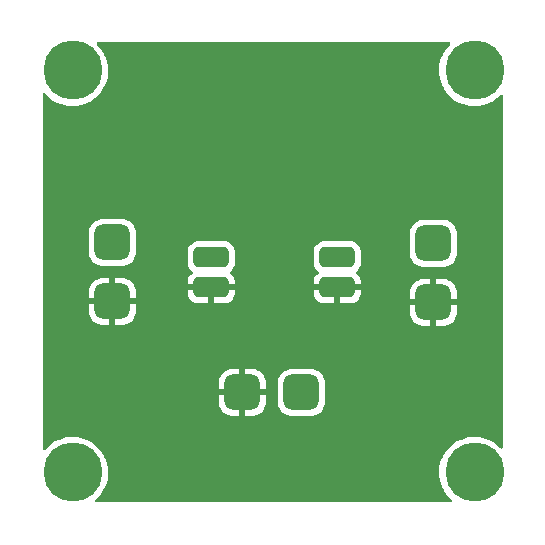
<source format=gbl>
%TF.GenerationSoftware,KiCad,Pcbnew,(6.0.2)*%
%TF.CreationDate,2022-04-05T13:44:54-03:00*%
%TF.ProjectId,EM8900,454d3839-3030-42e6-9b69-6361645f7063,rev?*%
%TF.SameCoordinates,PX5f5e100PY8583b00*%
%TF.FileFunction,Copper,L2,Bot*%
%TF.FilePolarity,Positive*%
%FSLAX46Y46*%
G04 Gerber Fmt 4.6, Leading zero omitted, Abs format (unit mm)*
G04 Created by KiCad (PCBNEW (6.0.2)) date 2022-04-05 13:44:54*
%MOMM*%
%LPD*%
G01*
G04 APERTURE LIST*
G04 Aperture macros list*
%AMRoundRect*
4,1,4,2,3,4,5,6,7,8,9,2,3,0*
1,1,$1,$2,$3*
1,1,$1,$2,$3*
1,1,$1,$2,$3*
1,1,$1,$2,$3*
20,1,$1,$2,$3,$4,$5,0*
20,1,$1,$2,$3,$4,$5,0*
20,1,$1,$2,$3,$4,$5,0*
20,1,$1,$2,$3,$4,$5,0*%
G04 Aperture macros list end*
%TA.AperFunction,ComponentPad*%
%AMCOMP1*
4,1,3,
-0.75,0.75,
-0.75,-0.75,
0.75,-0.75,
0.75,0.75,
0*
4,1,19,
-0.75,1.5,
-0.51823725421878941,1.4632923872213652,
-0.30916106078064515,1.3567627457812106,
-0.14323725421878941,1.1908389392193548,
-0.036707612778634879,0.98176274578121059,
0,0.75,
-0.036707612778634768,0.51823725421878952,
-0.14323725421878941,0.3091610607806452,
-0.30916106078064509,0.14323725421878952,
-0.51823725421878941,0.036707612778634879,
-0.74999999999999989,0,
-0.98176274578121081,0.036707612778634879,
-1.1908389392193548,0.1432372542187893,
-1.3567627457812104,0.30916106078064509,
-1.4632923872213652,0.5182372542187893,
-1.5,0.74999999999999989,
-1.4632923872213652,0.98176274578121037,
-1.3567627457812108,1.1908389392193546,
-1.190838939219355,1.3567627457812104,
-0.9817627457812107,1.4632923872213652,
0*
4,1,19,
-0.75,0,
-0.51823725421878941,-0.036707612778634879,
-0.30916106078064515,-0.14323725421878941,
-0.14323725421878941,-0.30916106078064515,
-0.036707612778634879,-0.51823725421878941,
0,-0.75,
-0.036707612778634768,-0.98176274578121048,
-0.14323725421878941,-1.1908389392193548,
-0.30916106078064509,-1.3567627457812104,
-0.51823725421878941,-1.4632923872213652,
-0.74999999999999989,-1.5,
-0.98176274578121081,-1.4632923872213652,
-1.1908389392193548,-1.3567627457812108,
-1.3567627457812104,-1.190838939219355,
-1.4632923872213652,-0.9817627457812107,
-1.5,-0.75000000000000011,
-1.4632923872213652,-0.51823725421878963,
-1.3567627457812108,-0.30916106078064531,
-1.190838939219355,-0.14323725421878952,
-0.9817627457812107,-0.036707612778634879,
0*
4,1,19,
0.75,0,
0.98176274578121059,-0.036707612778634879,
1.1908389392193548,-0.14323725421878941,
1.3567627457812106,-0.30916106078064515,
1.4632923872213652,-0.51823725421878941,
1.5,-0.75,
1.4632923872213652,-0.98176274578121048,
1.3567627457812106,-1.1908389392193548,
1.190838939219355,-1.3567627457812104,
0.98176274578121059,-1.4632923872213652,
0.75000000000000011,-1.5,
0.51823725421878919,-1.4632923872213652,
0.3091610607806452,-1.3567627457812108,
0.14323725421878952,-1.190838939219355,
0.036707612778634879,-0.9817627457812107,
0,-0.75000000000000011,
0.036707612778634768,-0.51823725421878963,
0.1432372542187893,-0.30916106078064531,
0.309161060780645,-0.14323725421878952,
0.5182372542187893,-0.036707612778634879,
0*
4,1,19,
0.75,1.5,
0.98176274578121059,1.4632923872213652,
1.1908389392193548,1.3567627457812106,
1.3567627457812106,1.1908389392193548,
1.4632923872213652,0.98176274578121059,
1.5,0.75,
1.4632923872213652,0.51823725421878952,
1.3567627457812106,0.3091610607806452,
1.190838939219355,0.14323725421878952,
0.98176274578121059,0.036707612778634879,
0.75000000000000011,0,
0.51823725421878919,0.036707612778634879,
0.3091610607806452,0.1432372542187893,
0.14323725421878952,0.30916106078064509,
0.036707612778634879,0.5182372542187893,
0,0.74999999999999989,
0.036707612778634768,0.98176274578121037,
0.1432372542187893,1.1908389392193546,
0.309161060780645,1.3567627457812104,
0.5182372542187893,1.4632923872213652,
0*
4,1,3,
-1.5,0.75,
0,0.75,
0,-0.75,
-1.5,-0.75,
0*
4,1,3,
-0.75,-1.5,
-0.75,0,
0.75,0,
0.75,-1.5,
0*
4,1,3,
1.5,-0.75,
0,-0.75,
0,0.75,
1.5,0.75,
0*
4,1,3,
0.75,1.5,
0.75,0,
-0.75,0,
-0.75,1.5,
0*%
%ADD10COMP1,0.75X-0.75X0.75X-0.75X-0.75X0.75X-0.75X0.75X0.75X0*%
%TD*%
%TA.AperFunction,ComponentPad*%
%AMCOMP2*
4,1,3,
-1.075,-0.425,
1.075,-0.425,
1.075,0.425,
-1.075,0.425,
0*
4,1,19,
-1.075,0,
-0.94366777739064733,-0.020800980574559758,
-0.82519126777569884,-0.081167777390647344,
-0.73116777739064731,-0.17519126777569891,
-0.67080098057455972,-0.29366777739064731,
-0.64999999999999991,-0.425,
-0.67080098057455961,-0.55633222260935256,
-0.73116777739064731,-0.674808732224301,
-0.82519126777569884,-0.76883222260935258,
-0.94366777739064722,-0.82919901942544016,
-1.075,-0.85,
-1.2063322226093527,-0.82919901942544016,
-1.324808732224301,-0.76883222260935269,
-1.4188322226093526,-0.674808732224301,
-1.4791990194254403,-0.55633222260935267,
-1.5,-0.42500000000000004,
-1.4791990194254403,-0.29366777739064742,
-1.4188322226093526,-0.17519126777569902,
-1.3248087322243012,-0.0811677773906474,
-1.2063322226093527,-0.020800980574559758,
0*
4,1,19,
1.075,0,
1.2063322226093527,-0.020800980574559758,
1.324808732224301,-0.081167777390647344,
1.4188322226093526,-0.17519126777569891,
1.4791990194254403,-0.29366777739064731,
1.5,-0.425,
1.4791990194254403,-0.55633222260935256,
1.4188322226093526,-0.674808732224301,
1.3248087322243012,-0.76883222260935258,
1.2063322226093527,-0.82919901942544016,
1.075,-0.85,
0.94366777739064722,-0.82919901942544016,
0.825191267775699,-0.76883222260935269,
0.73116777739064731,-0.674808732224301,
0.67080098057455972,-0.55633222260935267,
0.64999999999999991,-0.42500000000000004,
0.67080098057455961,-0.29366777739064742,
0.73116777739064731,-0.17519126777569902,
0.82519126777569873,-0.0811677773906474,
0.94366777739064722,-0.020800980574559758,
0*
4,1,19,
1.075,0.85,
1.2063322226093527,0.82919901942544016,
1.324808732224301,0.76883222260935269,
1.4188322226093526,0.674808732224301,
1.4791990194254403,0.55633222260935267,
1.5,0.425,
1.4791990194254403,0.29366777739064737,
1.4188322226093526,0.17519126777569896,
1.3248087322243012,0.0811677773906474,
1.2063322226093527,0.020800980574559758,
1.075,0,
0.94366777739064722,0.020800980574559758,
0.825191267775699,0.081167777390647289,
0.73116777739064731,0.17519126777569888,
0.67080098057455972,0.29366777739064731,
0.64999999999999991,0.42499999999999993,
0.67080098057455961,0.55633222260935256,
0.73116777739064731,0.67480873222430093,
0.82519126777569873,0.76883222260935258,
0.94366777739064722,0.82919901942544016,
0*
4,1,19,
-1.075,0.85,
-0.94366777739064733,0.82919901942544016,
-0.82519126777569884,0.76883222260935269,
-0.73116777739064731,0.674808732224301,
-0.67080098057455972,0.55633222260935267,
-0.64999999999999991,0.425,
-0.67080098057455961,0.29366777739064737,
-0.73116777739064731,0.17519126777569896,
-0.82519126777569884,0.0811677773906474,
-0.94366777739064722,0.020800980574559758,
-1.075,0,
-1.2063322226093527,0.020800980574559758,
-1.324808732224301,0.081167777390647289,
-1.4188322226093526,0.17519126777569888,
-1.4791990194254403,0.29366777739064731,
-1.5,0.42499999999999993,
-1.4791990194254403,0.55633222260935256,
-1.4188322226093526,0.67480873222430093,
-1.3248087322243012,0.76883222260935258,
-1.2063322226093527,0.82919901942544016,
0*
4,1,3,
-1.075,-0.85,
-1.075,0,
1.075,0,
1.075,-0.85,
0*
4,1,3,
1.5,-0.425,
0.64999999999999991,-0.425,
0.64999999999999991,0.425,
1.5,0.425,
0*
4,1,3,
1.075,0.85,
1.075,0,
-1.075,0,
-1.075,0.85,
0*
4,1,3,
-1.5,0.425,
-0.64999999999999991,0.425,
-0.64999999999999991,-0.425,
-1.5,-0.425,
0*%
%ADD11COMP2,0.425X-1.075X-0.425X1.075X-0.425X1.075X0.425X-1.075X0.425X0*%
%TD*%
%TA.AperFunction,ComponentPad*%
%AMCOMP3*
4,1,3,
0.75,-0.75,
0.75,0.75,
-0.75,0.75,
-0.75,-0.75,
0*
4,1,19,
0.75,0,
0.98176274578121059,-0.036707612778634879,
1.1908389392193548,-0.14323725421878941,
1.3567627457812106,-0.30916106078064515,
1.4632923872213652,-0.51823725421878941,
1.5,-0.75,
1.4632923872213652,-0.98176274578121048,
1.3567627457812106,-1.1908389392193548,
1.190838939219355,-1.3567627457812104,
0.98176274578121059,-1.4632923872213652,
0.75000000000000011,-1.5,
0.51823725421878919,-1.4632923872213652,
0.3091610607806452,-1.3567627457812108,
0.14323725421878952,-1.190838939219355,
0.036707612778634879,-0.9817627457812107,
0,-0.75000000000000011,
0.036707612778634768,-0.51823725421878963,
0.1432372542187893,-0.30916106078064531,
0.309161060780645,-0.14323725421878952,
0.5182372542187893,-0.036707612778634879,
0*
4,1,19,
0.75,1.5,
0.98176274578121059,1.4632923872213652,
1.1908389392193548,1.3567627457812106,
1.3567627457812106,1.1908389392193548,
1.4632923872213652,0.98176274578121059,
1.5,0.75,
1.4632923872213652,0.51823725421878952,
1.3567627457812106,0.3091610607806452,
1.190838939219355,0.14323725421878952,
0.98176274578121059,0.036707612778634879,
0.75000000000000011,0,
0.51823725421878919,0.036707612778634879,
0.3091610607806452,0.1432372542187893,
0.14323725421878952,0.30916106078064509,
0.036707612778634879,0.5182372542187893,
0,0.74999999999999989,
0.036707612778634768,0.98176274578121037,
0.1432372542187893,1.1908389392193546,
0.309161060780645,1.3567627457812104,
0.5182372542187893,1.4632923872213652,
0*
4,1,19,
-0.75,1.5,
-0.51823725421878941,1.4632923872213652,
-0.30916106078064515,1.3567627457812106,
-0.14323725421878941,1.1908389392193548,
-0.036707612778634879,0.98176274578121059,
0,0.75,
-0.036707612778634768,0.51823725421878952,
-0.14323725421878941,0.3091610607806452,
-0.30916106078064509,0.14323725421878952,
-0.51823725421878941,0.036707612778634879,
-0.74999999999999989,0,
-0.98176274578121081,0.036707612778634879,
-1.1908389392193548,0.1432372542187893,
-1.3567627457812104,0.30916106078064509,
-1.4632923872213652,0.5182372542187893,
-1.5,0.74999999999999989,
-1.4632923872213652,0.98176274578121037,
-1.3567627457812108,1.1908389392193546,
-1.190838939219355,1.3567627457812104,
-0.9817627457812107,1.4632923872213652,
0*
4,1,19,
-0.75,0,
-0.51823725421878941,-0.036707612778634879,
-0.30916106078064515,-0.14323725421878941,
-0.14323725421878941,-0.30916106078064515,
-0.036707612778634879,-0.51823725421878941,
0,-0.75,
-0.036707612778634768,-0.98176274578121048,
-0.14323725421878941,-1.1908389392193548,
-0.30916106078064509,-1.3567627457812104,
-0.51823725421878941,-1.4632923872213652,
-0.74999999999999989,-1.5,
-0.98176274578121081,-1.4632923872213652,
-1.1908389392193548,-1.3567627457812108,
-1.3567627457812104,-1.190838939219355,
-1.4632923872213652,-0.9817627457812107,
-1.5,-0.75000000000000011,
-1.4632923872213652,-0.51823725421878963,
-1.3567627457812108,-0.30916106078064531,
-1.190838939219355,-0.14323725421878952,
-0.9817627457812107,-0.036707612778634879,
0*
4,1,3,
1.5,-0.75,
0,-0.75,
0,0.75,
1.5,0.75,
0*
4,1,3,
0.75,1.5,
0.75,0,
-0.75,0,
-0.75,1.5,
0*
4,1,3,
-1.5,0.75,
0,0.75,
0,-0.75,
-1.5,-0.75,
0*
4,1,3,
-0.75,-1.5,
-0.75,0,
0.75,0,
0.75,-1.5,
0*%
%ADD12COMP3,0.75X0.75X-0.75X0.75X0.75X-0.75X0.75X-0.75X-0.75X0*%
%TD*%
%TA.AperFunction,ComponentPad*%
%AMCOMP4*
4,1,3,
0.75,0.75,
-0.75,0.75,
-0.75,-0.75,
0.75,-0.75,
0*
4,1,19,
0.75,1.5,
0.98176274578121059,1.4632923872213652,
1.1908389392193548,1.3567627457812106,
1.3567627457812106,1.1908389392193548,
1.4632923872213652,0.98176274578121059,
1.5,0.75,
1.4632923872213652,0.51823725421878952,
1.3567627457812106,0.3091610607806452,
1.190838939219355,0.14323725421878952,
0.98176274578121059,0.036707612778634879,
0.75000000000000011,0,
0.51823725421878919,0.036707612778634879,
0.3091610607806452,0.1432372542187893,
0.14323725421878952,0.30916106078064509,
0.036707612778634879,0.5182372542187893,
0,0.74999999999999989,
0.036707612778634768,0.98176274578121037,
0.1432372542187893,1.1908389392193546,
0.309161060780645,1.3567627457812104,
0.5182372542187893,1.4632923872213652,
0*
4,1,19,
-0.75,1.5,
-0.51823725421878941,1.4632923872213652,
-0.30916106078064515,1.3567627457812106,
-0.14323725421878941,1.1908389392193548,
-0.036707612778634879,0.98176274578121059,
0,0.75,
-0.036707612778634768,0.51823725421878952,
-0.14323725421878941,0.3091610607806452,
-0.30916106078064509,0.14323725421878952,
-0.51823725421878941,0.036707612778634879,
-0.74999999999999989,0,
-0.98176274578121081,0.036707612778634879,
-1.1908389392193548,0.1432372542187893,
-1.3567627457812104,0.30916106078064509,
-1.4632923872213652,0.5182372542187893,
-1.5,0.74999999999999989,
-1.4632923872213652,0.98176274578121037,
-1.3567627457812108,1.1908389392193546,
-1.190838939219355,1.3567627457812104,
-0.9817627457812107,1.4632923872213652,
0*
4,1,19,
-0.75,0,
-0.51823725421878941,-0.036707612778634879,
-0.30916106078064515,-0.14323725421878941,
-0.14323725421878941,-0.30916106078064515,
-0.036707612778634879,-0.51823725421878941,
0,-0.75,
-0.036707612778634768,-0.98176274578121048,
-0.14323725421878941,-1.1908389392193548,
-0.30916106078064509,-1.3567627457812104,
-0.51823725421878941,-1.4632923872213652,
-0.74999999999999989,-1.5,
-0.98176274578121081,-1.4632923872213652,
-1.1908389392193548,-1.3567627457812108,
-1.3567627457812104,-1.190838939219355,
-1.4632923872213652,-0.9817627457812107,
-1.5,-0.75000000000000011,
-1.4632923872213652,-0.51823725421878963,
-1.3567627457812108,-0.30916106078064531,
-1.190838939219355,-0.14323725421878952,
-0.9817627457812107,-0.036707612778634879,
0*
4,1,19,
0.75,0,
0.98176274578121059,-0.036707612778634879,
1.1908389392193548,-0.14323725421878941,
1.3567627457812106,-0.30916106078064515,
1.4632923872213652,-0.51823725421878941,
1.5,-0.75,
1.4632923872213652,-0.98176274578121048,
1.3567627457812106,-1.1908389392193548,
1.190838939219355,-1.3567627457812104,
0.98176274578121059,-1.4632923872213652,
0.75000000000000011,-1.5,
0.51823725421878919,-1.4632923872213652,
0.3091610607806452,-1.3567627457812108,
0.14323725421878952,-1.190838939219355,
0.036707612778634879,-0.9817627457812107,
0,-0.75000000000000011,
0.036707612778634768,-0.51823725421878963,
0.1432372542187893,-0.30916106078064531,
0.309161060780645,-0.14323725421878952,
0.5182372542187893,-0.036707612778634879,
0*
4,1,3,
0.75,1.5,
0.75,0,
-0.75,0,
-0.75,1.5,
0*
4,1,3,
-1.5,0.75,
0,0.75,
0,-0.75,
-1.5,-0.75,
0*
4,1,3,
-0.75,-1.5,
-0.75,0,
0.75,0,
0.75,-1.5,
0*
4,1,3,
1.5,-0.75,
0,-0.75,
0,0.75,
1.5,0.75,
0*%
%ADD13COMP4,0.75X0.75X0.75X-0.75X0.75X-0.75X-0.75X0.75X-0.75X0*%
%TD*%
%TA.AperFunction,ComponentPad*%
%ADD14C,5*%
%TD*%
G04 APERTURE END LIST*
D10*
X0000000000Y0000000000D02*
X0006426000Y0022525000D03*
X0006426000Y0017525000D03*
D11*
X0014808000Y0021255000D03*
X0014808000Y0018715000D03*
X0025476000Y0021255000D03*
X0025476000Y0018715000D03*
D12*
X0033604000Y0017445000D03*
X0033604000Y0022445000D03*
D13*
X0022428000Y0009825000D03*
X0017428000Y0009825000D03*
D14*
X0003048000Y0003048000D03*
X0037084000Y0037084000D03*
X0003048000Y0037084000D03*
X0037084000Y0003048000D03*
%TA.AperFunction,Conductor*%
G36*
X0035000381Y0039471998D02*
G01*
X0035046874Y0039418342D01*
X0035056978Y0039348068D01*
X0035027484Y0039283488D01*
X0035021822Y0039277373D01*
X0034823466Y0039076929D01*
X0034821225Y0039074071D01*
X0034764732Y0039002022D01*
X0034609386Y0038803902D01*
X0034607493Y0038800813D01*
X0034607491Y0038800810D01*
X0034561233Y0038725324D01*
X0034428105Y0038508079D01*
X0034426580Y0038504794D01*
X0034426578Y0038504790D01*
X0034387505Y0038420614D01*
X0034282027Y0038193380D01*
X0034173087Y0037863977D01*
X0034102730Y0037524236D01*
X0034071888Y0037178659D01*
X0034071983Y0037175029D01*
X0034071983Y0037175028D01*
X0034074367Y0037084000D01*
X0034080970Y0036831829D01*
X0034129856Y0036488340D01*
X0034217897Y0036152747D01*
X0034343927Y0035829497D01*
X0034345624Y0035826292D01*
X0034479113Y0035574175D01*
X0034506275Y0035522874D01*
X0034508325Y0035519891D01*
X0034508327Y0035519888D01*
X0034700733Y0035239936D01*
X0034700739Y0035239929D01*
X0034702790Y0035236944D01*
X0034705178Y0035234207D01*
X0034908597Y0035001023D01*
X0034930866Y0034975495D01*
X0034933551Y0034973052D01*
X0035143268Y0034782225D01*
X0035187481Y0034741994D01*
X0035469233Y0034539534D01*
X0035772388Y0034370800D01*
X0036092928Y0034238028D01*
X0036096422Y0034237033D01*
X0036096424Y0034237032D01*
X0036423103Y0034143975D01*
X0036423108Y0034143974D01*
X0036426604Y0034142978D01*
X0036623304Y0034110767D01*
X0036765412Y0034087496D01*
X0036765419Y0034087495D01*
X0036768993Y0034086910D01*
X0036942275Y0034078738D01*
X0037111931Y0034070737D01*
X0037111932Y0034070737D01*
X0037115558Y0034070566D01*
X0037124415Y0034071170D01*
X0037458073Y0034093916D01*
X0037458081Y0034093917D01*
X0037461704Y0034094164D01*
X0037465279Y0034094827D01*
X0037465282Y0034094827D01*
X0037799279Y0034156730D01*
X0037799283Y0034156731D01*
X0037802844Y0034157391D01*
X0038134456Y0034259408D01*
X0038452145Y0034398864D01*
X0038696511Y0034541659D01*
X0038748560Y0034572074D01*
X0038748562Y0034572075D01*
X0038751700Y0034573909D01*
X0038754609Y0034576093D01*
X0039026244Y0034780042D01*
X0039026248Y0034780045D01*
X0039029151Y0034782225D01*
X0039259715Y0035001023D01*
X0039279267Y0035019577D01*
X0039342449Y0035051959D01*
X0039413108Y0035045043D01*
X0039468810Y0035001023D01*
X0039492000Y0034928180D01*
X0039492000Y0005197102D01*
X0039471998Y0005128981D01*
X0039418342Y0005082488D01*
X0039348068Y0005072384D01*
X0039283488Y0005101878D01*
X0039273712Y0005111319D01*
X0039169842Y0005223096D01*
X0038906019Y0005448422D01*
X0038618047Y0005641931D01*
X0038309741Y0005801060D01*
X0037985189Y0005923698D01*
X0037981668Y0005924582D01*
X0037981663Y0005924584D01*
X0037820378Y0005965096D01*
X0037648692Y0006008220D01*
X0037626476Y0006011145D01*
X0037308315Y0006053032D01*
X0037308307Y0006053033D01*
X0037304711Y0006053506D01*
X0037160045Y0006055779D01*
X0036961446Y0006058899D01*
X0036961442Y0006058899D01*
X0036957804Y0006058956D01*
X0036954190Y0006058595D01*
X0036954184Y0006058595D01*
X0036710843Y0006034306D01*
X0036612569Y0006024497D01*
X0036273583Y0005950586D01*
X0036270156Y0005949413D01*
X0036270150Y0005949411D01*
X0036191296Y0005922413D01*
X0035945339Y0005838203D01*
X0035632188Y0005688837D01*
X0035338279Y0005504468D01*
X0035335443Y0005502196D01*
X0035335436Y0005502191D01*
X0035091384Y0005306668D01*
X0035067509Y0005287541D01*
X0034823466Y0005040929D01*
X0034821225Y0005038071D01*
X0034764732Y0004966022D01*
X0034609386Y0004767902D01*
X0034607493Y0004764813D01*
X0034607491Y0004764810D01*
X0034561233Y0004689324D01*
X0034428105Y0004472079D01*
X0034426580Y0004468794D01*
X0034426578Y0004468790D01*
X0034387505Y0004384614D01*
X0034282027Y0004157380D01*
X0034173087Y0003827977D01*
X0034102730Y0003488236D01*
X0034071888Y0003142659D01*
X0034071983Y0003139029D01*
X0034071983Y0003139028D01*
X0034074367Y0003048000D01*
X0034080970Y0002795829D01*
X0034129856Y0002452340D01*
X0034217897Y0002116747D01*
X0034343927Y0001793497D01*
X0034345624Y0001790292D01*
X0034479113Y0001538175D01*
X0034506275Y0001486874D01*
X0034508325Y0001483891D01*
X0034508327Y0001483888D01*
X0034700733Y0001203936D01*
X0034700739Y0001203929D01*
X0034702790Y0001200944D01*
X0034705178Y0001198207D01*
X0034908597Y0000965023D01*
X0034930866Y0000939495D01*
X0035164184Y0000727193D01*
X0035201105Y0000666553D01*
X0035199382Y0000595578D01*
X0035159560Y0000536801D01*
X0035094282Y0000508884D01*
X0035079383Y0000508000D01*
X0005053534Y0000508000D01*
X0004985413Y0000528002D01*
X0004938920Y0000581658D01*
X0004928816Y0000651932D01*
X0004958310Y0000716512D01*
X0004977881Y0000734760D01*
X0004990244Y0000744042D01*
X0004990248Y0000744045D01*
X0004993151Y0000746225D01*
X0005244819Y0000985050D01*
X0005467370Y0001251217D01*
X0005657853Y0001541201D01*
X0005786446Y0001796879D01*
X0005812117Y0001847920D01*
X0005812120Y0001847928D01*
X0005813744Y0001851156D01*
X0005932977Y0002176974D01*
X0005933822Y0002180496D01*
X0005933825Y0002180504D01*
X0006013124Y0002510809D01*
X0006013125Y0002510813D01*
X0006013971Y0002514338D01*
X0006048035Y0002795829D01*
X0006055316Y0002855996D01*
X0006055316Y0002856003D01*
X0006055652Y0002858775D01*
X0006061599Y0003048000D01*
X0006061438Y0003050796D01*
X0006041836Y0003390754D01*
X0006041835Y0003390759D01*
X0006041627Y0003394374D01*
X0005981976Y0003736158D01*
X0005883437Y0004068819D01*
X0005747316Y0004387952D01*
X0005697569Y0004475169D01*
X0005577208Y0004686184D01*
X0005575417Y0004689324D01*
X0005370018Y0004968940D01*
X0005133842Y0005223096D01*
X0004870019Y0005448422D01*
X0004582047Y0005641931D01*
X0004273741Y0005801060D01*
X0003949189Y0005923698D01*
X0003945668Y0005924582D01*
X0003945663Y0005924584D01*
X0003784378Y0005965096D01*
X0003612692Y0006008220D01*
X0003590476Y0006011145D01*
X0003272315Y0006053032D01*
X0003272307Y0006053033D01*
X0003268711Y0006053506D01*
X0003124045Y0006055779D01*
X0002925446Y0006058899D01*
X0002925442Y0006058899D01*
X0002921804Y0006058956D01*
X0002918190Y0006058595D01*
X0002918184Y0006058595D01*
X0002674843Y0006034306D01*
X0002576569Y0006024497D01*
X0002237583Y0005950586D01*
X0002234156Y0005949413D01*
X0002234150Y0005949411D01*
X0002155296Y0005922413D01*
X0001909339Y0005838203D01*
X0001596188Y0005688837D01*
X0001302279Y0005504468D01*
X0001299443Y0005502196D01*
X0001299436Y0005502191D01*
X0001055384Y0005306668D01*
X0001031509Y0005287541D01*
X0000787466Y0005040929D01*
X0000785225Y0005038071D01*
X0000733154Y0004971662D01*
X0000675381Y0004930397D01*
X0000604470Y0004926917D01*
X0000542934Y0004962328D01*
X0000510310Y0005025385D01*
X0000508000Y0005049408D01*
X0000508000Y0009015039D01*
X0015420001Y0009015039D01*
X0015420209Y0009009929D01*
X0015431082Y0008876233D01*
X0015432852Y0008865680D01*
X0015485967Y0008658815D01*
X0015489701Y0008648269D01*
X0015578510Y0008454295D01*
X0015584046Y0008444588D01*
X0015705803Y0008269403D01*
X0015712976Y0008260823D01*
X0015863824Y0008109976D01*
X0015872403Y0008102803D01*
X0016047588Y0007981046D01*
X0016057295Y0007975510D01*
X0016251269Y0007886701D01*
X0016261814Y0007882967D01*
X0016468679Y0007829853D01*
X0016479234Y0007828082D01*
X0016612929Y0007817207D01*
X0016618036Y0007817000D01*
X0017155885Y0007817000D01*
X0017171124Y0007821475D01*
X0017172329Y0007822865D01*
X0017174000Y0007830548D01*
X0017174000Y0007835116D01*
X0017682000Y0007835116D01*
X0017686475Y0007819877D01*
X0017687865Y0007818672D01*
X0017695548Y0007817001D01*
X0018237961Y0007817001D01*
X0018243071Y0007817209D01*
X0018376767Y0007828082D01*
X0018387320Y0007829852D01*
X0018594185Y0007882967D01*
X0018604731Y0007886701D01*
X0018798705Y0007975510D01*
X0018808412Y0007981046D01*
X0018983597Y0008102803D01*
X0018992176Y0008109976D01*
X0019143024Y0008260823D01*
X0019150197Y0008269403D01*
X0019271954Y0008444588D01*
X0019277490Y0008454295D01*
X0019366299Y0008648269D01*
X0019370033Y0008658815D01*
X0019423147Y0008865679D01*
X0019424918Y0008876234D01*
X0019435793Y0009009930D01*
X0019435895Y0009012458D01*
X0020419500Y0009012458D01*
X0020431022Y0008870800D01*
X0020486890Y0008653206D01*
X0020580409Y0008448945D01*
X0020708620Y0008264473D01*
X0020867473Y0008105620D01*
X0021051945Y0007977409D01*
X0021256206Y0007883890D01*
X0021261638Y0007882495D01*
X0021261639Y0007882495D01*
X0021466673Y0007829852D01*
X0021473800Y0007828022D01*
X0021527705Y0007823638D01*
X0021612908Y0007816707D01*
X0021612918Y0007816707D01*
X0021615458Y0007816500D01*
X0023240542Y0007816500D01*
X0023243082Y0007816707D01*
X0023243092Y0007816707D01*
X0023328295Y0007823638D01*
X0023382200Y0007828022D01*
X0023389328Y0007829852D01*
X0023594361Y0007882495D01*
X0023594362Y0007882495D01*
X0023599794Y0007883890D01*
X0023804055Y0007977409D01*
X0023988527Y0008105620D01*
X0024147380Y0008264473D01*
X0024275591Y0008448945D01*
X0024369110Y0008653206D01*
X0024424978Y0008870800D01*
X0024436500Y0009012458D01*
X0024436500Y0010637542D01*
X0024424978Y0010779200D01*
X0024369110Y0010996794D01*
X0024275591Y0011201055D01*
X0024147380Y0011385527D01*
X0023988527Y0011544380D01*
X0023804055Y0011672591D01*
X0023599794Y0011766110D01*
X0023409830Y0011814884D01*
X0023387396Y0011820644D01*
X0023387395Y0011820644D01*
X0023382200Y0011821978D01*
X0023318797Y0011827135D01*
X0023243092Y0011833293D01*
X0023243082Y0011833293D01*
X0023240542Y0011833500D01*
X0021615458Y0011833500D01*
X0021612918Y0011833293D01*
X0021612908Y0011833293D01*
X0021537203Y0011827135D01*
X0021473800Y0011821978D01*
X0021468605Y0011820644D01*
X0021468604Y0011820644D01*
X0021446170Y0011814884D01*
X0021256206Y0011766110D01*
X0021051945Y0011672591D01*
X0020867473Y0011544380D01*
X0020708620Y0011385527D01*
X0020580409Y0011201055D01*
X0020486890Y0010996794D01*
X0020431022Y0010779200D01*
X0020419500Y0010637542D01*
X0020419500Y0009012458D01*
X0019435895Y0009012458D01*
X0019436000Y0009015036D01*
X0019436000Y0009552885D01*
X0019431525Y0009568124D01*
X0019430135Y0009569329D01*
X0019422452Y0009571000D01*
X0017700115Y0009571000D01*
X0017684876Y0009566525D01*
X0017683671Y0009565135D01*
X0017682000Y0009557452D01*
X0017682000Y0007835116D01*
X0017174000Y0007835116D01*
X0017174000Y0009552885D01*
X0017169525Y0009568124D01*
X0017168135Y0009569329D01*
X0017160452Y0009571000D01*
X0015438116Y0009571000D01*
X0015422877Y0009566525D01*
X0015421672Y0009565135D01*
X0015420001Y0009557452D01*
X0015420001Y0009015039D01*
X0000508000Y0009015039D01*
X0000508000Y0010097115D01*
X0015420000Y0010097115D01*
X0015424475Y0010081876D01*
X0015425865Y0010080671D01*
X0015433548Y0010079000D01*
X0017155885Y0010079000D01*
X0017171124Y0010083475D01*
X0017172329Y0010084865D01*
X0017174000Y0010092548D01*
X0017174000Y0010097115D01*
X0017682000Y0010097115D01*
X0017686475Y0010081876D01*
X0017687865Y0010080671D01*
X0017695548Y0010079000D01*
X0019417884Y0010079000D01*
X0019433123Y0010083475D01*
X0019434328Y0010084865D01*
X0019435999Y0010092548D01*
X0019435999Y0010634961D01*
X0019435791Y0010640071D01*
X0019424918Y0010773767D01*
X0019423148Y0010784320D01*
X0019370033Y0010991185D01*
X0019366299Y0011001731D01*
X0019277490Y0011195705D01*
X0019271954Y0011205412D01*
X0019150197Y0011380597D01*
X0019143024Y0011389176D01*
X0018992176Y0011540024D01*
X0018983597Y0011547197D01*
X0018808412Y0011668954D01*
X0018798705Y0011674490D01*
X0018604731Y0011763299D01*
X0018594185Y0011767033D01*
X0018387321Y0011820147D01*
X0018376766Y0011821918D01*
X0018243070Y0011832793D01*
X0018237964Y0011833000D01*
X0017700115Y0011833000D01*
X0017684876Y0011828525D01*
X0017683671Y0011827135D01*
X0017682000Y0011819452D01*
X0017682000Y0010097115D01*
X0017174000Y0010097115D01*
X0017174000Y0011814884D01*
X0017169525Y0011830123D01*
X0017168135Y0011831328D01*
X0017160452Y0011832999D01*
X0016618039Y0011832999D01*
X0016612929Y0011832791D01*
X0016479233Y0011821918D01*
X0016468680Y0011820148D01*
X0016261814Y0011767033D01*
X0016251269Y0011763299D01*
X0016057295Y0011674490D01*
X0016047588Y0011668954D01*
X0015872403Y0011547197D01*
X0015863824Y0011540024D01*
X0015712976Y0011389176D01*
X0015705803Y0011380597D01*
X0015584046Y0011205412D01*
X0015578510Y0011195705D01*
X0015489701Y0011001731D01*
X0015485967Y0010991185D01*
X0015432853Y0010784321D01*
X0015431082Y0010773766D01*
X0015420207Y0010640070D01*
X0015420000Y0010634964D01*
X0015420000Y0010097115D01*
X0000508000Y0010097115D01*
X0000508000Y0016715039D01*
X0004418001Y0016715039D01*
X0004418209Y0016709928D01*
X0004429082Y0016576232D01*
X0004430852Y0016565680D01*
X0004483967Y0016358815D01*
X0004487701Y0016348268D01*
X0004576510Y0016154295D01*
X0004582046Y0016144587D01*
X0004703803Y0015969403D01*
X0004710976Y0015960824D01*
X0004861824Y0015809976D01*
X0004870403Y0015802803D01*
X0005045588Y0015681046D01*
X0005055295Y0015675510D01*
X0005249269Y0015586701D01*
X0005259815Y0015582967D01*
X0005466679Y0015529853D01*
X0005477234Y0015528082D01*
X0005610930Y0015517207D01*
X0005616036Y0015517000D01*
X0006153885Y0015517000D01*
X0006169124Y0015521475D01*
X0006170329Y0015522865D01*
X0006172000Y0015530548D01*
X0006172000Y0015535116D01*
X0006680000Y0015535116D01*
X0006684475Y0015519877D01*
X0006685865Y0015518672D01*
X0006693548Y0015517001D01*
X0007235961Y0015517001D01*
X0007241071Y0015517209D01*
X0007374767Y0015528082D01*
X0007385320Y0015529852D01*
X0007592185Y0015582967D01*
X0007602731Y0015586701D01*
X0007796705Y0015675510D01*
X0007806412Y0015681046D01*
X0007981597Y0015802803D01*
X0007990176Y0015809976D01*
X0008141024Y0015960824D01*
X0008148197Y0015969403D01*
X0008269954Y0016144587D01*
X0008275490Y0016154295D01*
X0008364299Y0016348268D01*
X0008368033Y0016358815D01*
X0008421147Y0016565679D01*
X0008422918Y0016576234D01*
X0008427701Y0016635038D01*
X0031596001Y0016635038D01*
X0031596209Y0016629929D01*
X0031607082Y0016496233D01*
X0031608852Y0016485679D01*
X0031661967Y0016278815D01*
X0031665701Y0016268269D01*
X0031754510Y0016074295D01*
X0031760046Y0016064588D01*
X0031881803Y0015889403D01*
X0031888976Y0015880824D01*
X0032039824Y0015729976D01*
X0032048403Y0015722803D01*
X0032223588Y0015601046D01*
X0032233295Y0015595510D01*
X0032427269Y0015506701D01*
X0032437815Y0015502967D01*
X0032644678Y0015449853D01*
X0032655234Y0015448082D01*
X0032788930Y0015437207D01*
X0032794036Y0015437000D01*
X0033331885Y0015437000D01*
X0033347124Y0015441475D01*
X0033348329Y0015442865D01*
X0033350000Y0015450548D01*
X0033350000Y0015455116D01*
X0033858000Y0015455116D01*
X0033862475Y0015439877D01*
X0033863865Y0015438672D01*
X0033871548Y0015437001D01*
X0034413961Y0015437001D01*
X0034419071Y0015437209D01*
X0034552767Y0015448082D01*
X0034563320Y0015449852D01*
X0034770185Y0015502967D01*
X0034780731Y0015506701D01*
X0034974705Y0015595510D01*
X0034984412Y0015601046D01*
X0035159597Y0015722803D01*
X0035168176Y0015729976D01*
X0035319024Y0015880824D01*
X0035326197Y0015889403D01*
X0035447954Y0016064588D01*
X0035453490Y0016074295D01*
X0035542299Y0016268269D01*
X0035546033Y0016278815D01*
X0035599147Y0016485679D01*
X0035600918Y0016496234D01*
X0035611793Y0016629930D01*
X0035612000Y0016635036D01*
X0035612000Y0017172885D01*
X0035607525Y0017188124D01*
X0035606135Y0017189329D01*
X0035598452Y0017191000D01*
X0033876115Y0017191000D01*
X0033860876Y0017186525D01*
X0033859671Y0017185135D01*
X0033858000Y0017177452D01*
X0033858000Y0015455116D01*
X0033350000Y0015455116D01*
X0033350000Y0017172885D01*
X0033345525Y0017188124D01*
X0033344135Y0017189329D01*
X0033336452Y0017191000D01*
X0031614116Y0017191000D01*
X0031598877Y0017186525D01*
X0031597672Y0017185135D01*
X0031596001Y0017177452D01*
X0031596001Y0016635038D01*
X0008427701Y0016635038D01*
X0008433793Y0016709930D01*
X0008434000Y0016715036D01*
X0008434000Y0017252885D01*
X0008429525Y0017268124D01*
X0008428135Y0017269329D01*
X0008420452Y0017271000D01*
X0006698115Y0017271000D01*
X0006682876Y0017266525D01*
X0006681671Y0017265135D01*
X0006680000Y0017257452D01*
X0006680000Y0015535116D01*
X0006172000Y0015535116D01*
X0006172000Y0017252885D01*
X0006167525Y0017268124D01*
X0006166135Y0017269329D01*
X0006158452Y0017271000D01*
X0004436116Y0017271000D01*
X0004420877Y0017266525D01*
X0004419672Y0017265135D01*
X0004418001Y0017257452D01*
X0004418001Y0016715039D01*
X0000508000Y0016715039D01*
X0000508000Y0017797115D01*
X0004418000Y0017797115D01*
X0004422475Y0017781876D01*
X0004423865Y0017780671D01*
X0004431548Y0017779000D01*
X0006153885Y0017779000D01*
X0006169124Y0017783475D01*
X0006170329Y0017784865D01*
X0006172000Y0017792548D01*
X0006172000Y0017797115D01*
X0006680000Y0017797115D01*
X0006684475Y0017781876D01*
X0006685865Y0017780671D01*
X0006693548Y0017779000D01*
X0008415884Y0017779000D01*
X0008431123Y0017783475D01*
X0008432328Y0017784865D01*
X0008433999Y0017792548D01*
X0008433999Y0018227175D01*
X0012800001Y0018227175D01*
X0012800195Y0018222244D01*
X0012805958Y0018148997D01*
X0012807905Y0018137668D01*
X0012855464Y0017960175D01*
X0012860168Y0017947921D01*
X0012943214Y0017784934D01*
X0012950364Y0017773923D01*
X0013065485Y0017631762D01*
X0013074762Y0017622485D01*
X0013216923Y0017507364D01*
X0013227934Y0017500214D01*
X0013390921Y0017417168D01*
X0013403175Y0017412464D01*
X0013580666Y0017364905D01*
X0013591999Y0017362958D01*
X0013665246Y0017357193D01*
X0013670172Y0017357000D01*
X0014535885Y0017357000D01*
X0014551124Y0017361475D01*
X0014552329Y0017362865D01*
X0014554000Y0017370548D01*
X0014554000Y0017375116D01*
X0015062000Y0017375116D01*
X0015066475Y0017359877D01*
X0015067865Y0017358672D01*
X0015075548Y0017357001D01*
X0015945825Y0017357001D01*
X0015950756Y0017357195D01*
X0016024003Y0017362958D01*
X0016035332Y0017364905D01*
X0016212824Y0017412464D01*
X0016225079Y0017417168D01*
X0016388065Y0017500214D01*
X0016399076Y0017507364D01*
X0016541238Y0017622485D01*
X0016550515Y0017631762D01*
X0016665636Y0017773923D01*
X0016672785Y0017784934D01*
X0016755832Y0017947921D01*
X0016760535Y0017960175D01*
X0016808095Y0018137666D01*
X0016810042Y0018148999D01*
X0016815807Y0018222246D01*
X0016816000Y0018227172D01*
X0016816000Y0018227175D01*
X0023468001Y0018227175D01*
X0023468195Y0018222244D01*
X0023473958Y0018148997D01*
X0023475905Y0018137668D01*
X0023523464Y0017960175D01*
X0023528168Y0017947921D01*
X0023611214Y0017784934D01*
X0023618364Y0017773923D01*
X0023733485Y0017631762D01*
X0023742762Y0017622485D01*
X0023884923Y0017507364D01*
X0023895934Y0017500214D01*
X0024058921Y0017417168D01*
X0024071175Y0017412464D01*
X0024248666Y0017364905D01*
X0024259999Y0017362958D01*
X0024333246Y0017357193D01*
X0024338172Y0017357000D01*
X0025203885Y0017357000D01*
X0025219124Y0017361475D01*
X0025220329Y0017362865D01*
X0025222000Y0017370548D01*
X0025222000Y0017375116D01*
X0025730000Y0017375116D01*
X0025734475Y0017359877D01*
X0025735865Y0017358672D01*
X0025743548Y0017357001D01*
X0026613825Y0017357001D01*
X0026618756Y0017357195D01*
X0026692003Y0017362958D01*
X0026703332Y0017364905D01*
X0026880825Y0017412464D01*
X0026893079Y0017417168D01*
X0027056066Y0017500214D01*
X0027067077Y0017507364D01*
X0027209238Y0017622485D01*
X0027218515Y0017631762D01*
X0027287633Y0017717115D01*
X0031596000Y0017717115D01*
X0031600475Y0017701876D01*
X0031601865Y0017700671D01*
X0031609548Y0017699000D01*
X0033331885Y0017699000D01*
X0033347124Y0017703475D01*
X0033348329Y0017704865D01*
X0033350000Y0017712548D01*
X0033350000Y0017717115D01*
X0033858000Y0017717115D01*
X0033862475Y0017701876D01*
X0033863865Y0017700671D01*
X0033871548Y0017699000D01*
X0035593884Y0017699000D01*
X0035609123Y0017703475D01*
X0035610328Y0017704865D01*
X0035611999Y0017712548D01*
X0035611999Y0018254961D01*
X0035611791Y0018260071D01*
X0035600918Y0018393767D01*
X0035599148Y0018404320D01*
X0035546033Y0018611185D01*
X0035542299Y0018621731D01*
X0035453490Y0018815705D01*
X0035447954Y0018825412D01*
X0035326197Y0019000597D01*
X0035319024Y0019009176D01*
X0035168176Y0019160024D01*
X0035159597Y0019167197D01*
X0034984412Y0019288954D01*
X0034974705Y0019294490D01*
X0034780731Y0019383299D01*
X0034770185Y0019387033D01*
X0034563321Y0019440147D01*
X0034552766Y0019441918D01*
X0034419070Y0019452793D01*
X0034413964Y0019453000D01*
X0033876115Y0019453000D01*
X0033860876Y0019448525D01*
X0033859671Y0019447135D01*
X0033858000Y0019439452D01*
X0033858000Y0017717115D01*
X0033350000Y0017717115D01*
X0033350000Y0019434884D01*
X0033345525Y0019450123D01*
X0033344135Y0019451328D01*
X0033336452Y0019452999D01*
X0032794038Y0019452999D01*
X0032788929Y0019452791D01*
X0032655233Y0019441918D01*
X0032644680Y0019440148D01*
X0032437815Y0019387033D01*
X0032427269Y0019383299D01*
X0032233295Y0019294490D01*
X0032223588Y0019288954D01*
X0032048403Y0019167197D01*
X0032039824Y0019160024D01*
X0031888976Y0019009176D01*
X0031881803Y0019000597D01*
X0031760046Y0018825412D01*
X0031754510Y0018815705D01*
X0031665701Y0018621731D01*
X0031661967Y0018611185D01*
X0031608853Y0018404321D01*
X0031607082Y0018393766D01*
X0031596207Y0018260070D01*
X0031596000Y0018254964D01*
X0031596000Y0017717115D01*
X0027287633Y0017717115D01*
X0027333636Y0017773923D01*
X0027340786Y0017784934D01*
X0027423832Y0017947921D01*
X0027428536Y0017960175D01*
X0027476095Y0018137666D01*
X0027478042Y0018148999D01*
X0027483807Y0018222246D01*
X0027484000Y0018227172D01*
X0027484000Y0018442885D01*
X0027479525Y0018458124D01*
X0027478135Y0018459329D01*
X0027470452Y0018461000D01*
X0025748115Y0018461000D01*
X0025732876Y0018456525D01*
X0025731671Y0018455135D01*
X0025730000Y0018447452D01*
X0025730000Y0017375116D01*
X0025222000Y0017375116D01*
X0025222000Y0018442885D01*
X0025217525Y0018458124D01*
X0025216135Y0018459329D01*
X0025208452Y0018461000D01*
X0023486116Y0018461000D01*
X0023470877Y0018456525D01*
X0023469672Y0018455135D01*
X0023468001Y0018447452D01*
X0023468001Y0018227175D01*
X0016816000Y0018227175D01*
X0016816000Y0018442885D01*
X0016811525Y0018458124D01*
X0016810135Y0018459329D01*
X0016802452Y0018461000D01*
X0015080115Y0018461000D01*
X0015064876Y0018456525D01*
X0015063671Y0018455135D01*
X0015062000Y0018447452D01*
X0015062000Y0017375116D01*
X0014554000Y0017375116D01*
X0014554000Y0018442885D01*
X0014549525Y0018458124D01*
X0014548135Y0018459329D01*
X0014540452Y0018461000D01*
X0012818116Y0018461000D01*
X0012802877Y0018456525D01*
X0012801672Y0018455135D01*
X0012800001Y0018447452D01*
X0012800001Y0018227175D01*
X0008433999Y0018227175D01*
X0008433999Y0018334961D01*
X0008433791Y0018340071D01*
X0008422918Y0018473767D01*
X0008421148Y0018484320D01*
X0008368033Y0018691185D01*
X0008364299Y0018701731D01*
X0008275490Y0018895705D01*
X0008269954Y0018905412D01*
X0008148197Y0019080597D01*
X0008141024Y0019089176D01*
X0007990176Y0019240024D01*
X0007981597Y0019247197D01*
X0007806412Y0019368954D01*
X0007796705Y0019374490D01*
X0007602731Y0019463299D01*
X0007592185Y0019467033D01*
X0007385321Y0019520147D01*
X0007374766Y0019521918D01*
X0007241070Y0019532793D01*
X0007235964Y0019533000D01*
X0006698115Y0019533000D01*
X0006682876Y0019528525D01*
X0006681671Y0019527135D01*
X0006680000Y0019519452D01*
X0006680000Y0017797115D01*
X0006172000Y0017797115D01*
X0006172000Y0019514884D01*
X0006167525Y0019530123D01*
X0006166135Y0019531328D01*
X0006158452Y0019532999D01*
X0005616039Y0019532999D01*
X0005610929Y0019532791D01*
X0005477233Y0019521918D01*
X0005466680Y0019520148D01*
X0005259815Y0019467033D01*
X0005249269Y0019463299D01*
X0005055295Y0019374490D01*
X0005045588Y0019368954D01*
X0004870403Y0019247197D01*
X0004861824Y0019240024D01*
X0004710976Y0019089176D01*
X0004703803Y0019080597D01*
X0004582046Y0018905412D01*
X0004576510Y0018895705D01*
X0004487701Y0018701731D01*
X0004483967Y0018691185D01*
X0004430853Y0018484321D01*
X0004429082Y0018473766D01*
X0004418207Y0018340070D01*
X0004418000Y0018334964D01*
X0004418000Y0017797115D01*
X0000508000Y0017797115D01*
X0000508000Y0021712458D01*
X0004417500Y0021712458D01*
X0004429022Y0021570800D01*
X0004484890Y0021353206D01*
X0004578409Y0021148945D01*
X0004706620Y0020964473D01*
X0004865473Y0020805620D01*
X0004924403Y0020764663D01*
X0005041665Y0020683164D01*
X0005049945Y0020677409D01*
X0005254206Y0020583890D01*
X0005471800Y0020528022D01*
X0005525705Y0020523638D01*
X0005610908Y0020516707D01*
X0005610918Y0020516707D01*
X0005613458Y0020516500D01*
X0007238542Y0020516500D01*
X0007241082Y0020516707D01*
X0007241092Y0020516707D01*
X0007326295Y0020523638D01*
X0007380200Y0020528022D01*
X0007597794Y0020583890D01*
X0007802055Y0020677409D01*
X0007810336Y0020683164D01*
X0007927597Y0020764663D01*
X0007986527Y0020805620D01*
X0008145379Y0020964473D01*
X0008273591Y0021148945D01*
X0008367110Y0021353206D01*
X0008422978Y0021570800D01*
X0008434500Y0021712458D01*
X0008434500Y0021745337D01*
X0012799500Y0021745337D01*
X0012799501Y0020764664D01*
X0012805914Y0020683164D01*
X0012856702Y0020493621D01*
X0012945789Y0020318779D01*
X0013069280Y0020166280D01*
X0013172620Y0020082597D01*
X0013212970Y0020024185D01*
X0013215336Y0019953228D01*
X0013178963Y0019892256D01*
X0013172619Y0019886759D01*
X0013074762Y0019807515D01*
X0013065485Y0019798238D01*
X0012950364Y0019656077D01*
X0012943214Y0019645066D01*
X0012860168Y0019482079D01*
X0012855464Y0019469825D01*
X0012807905Y0019292334D01*
X0012805958Y0019281001D01*
X0012800193Y0019207754D01*
X0012800000Y0019202827D01*
X0012800000Y0018987115D01*
X0012804475Y0018971876D01*
X0012805865Y0018970671D01*
X0012813548Y0018969000D01*
X0016797884Y0018969000D01*
X0016813123Y0018973475D01*
X0016814328Y0018974865D01*
X0016815999Y0018982548D01*
X0016815999Y0019202825D01*
X0016815805Y0019207756D01*
X0016810042Y0019281003D01*
X0016808095Y0019292332D01*
X0016760535Y0019469825D01*
X0016755832Y0019482079D01*
X0016672785Y0019645066D01*
X0016665636Y0019656077D01*
X0016550515Y0019798238D01*
X0016541238Y0019807515D01*
X0016443380Y0019886759D01*
X0016403029Y0019945174D01*
X0016400665Y0020016131D01*
X0016437038Y0020077102D01*
X0016443359Y0020082580D01*
X0016546720Y0020166280D01*
X0016670210Y0020318779D01*
X0016759298Y0020493621D01*
X0016762675Y0020506225D01*
X0016808592Y0020677587D01*
X0016808593Y0020677591D01*
X0016810086Y0020683164D01*
X0016813740Y0020729591D01*
X0016816307Y0020762206D01*
X0016816307Y0020762215D01*
X0016816500Y0020764663D01*
X0016816499Y0021745336D01*
X0016816499Y0021745337D01*
X0023467500Y0021745337D01*
X0023467501Y0020764664D01*
X0023473914Y0020683164D01*
X0023524702Y0020493621D01*
X0023613789Y0020318779D01*
X0023737280Y0020166280D01*
X0023840620Y0020082597D01*
X0023880970Y0020024185D01*
X0023883336Y0019953228D01*
X0023846963Y0019892256D01*
X0023840619Y0019886759D01*
X0023742762Y0019807515D01*
X0023733485Y0019798238D01*
X0023618364Y0019656077D01*
X0023611214Y0019645066D01*
X0023528168Y0019482079D01*
X0023523464Y0019469825D01*
X0023475905Y0019292334D01*
X0023473958Y0019281001D01*
X0023468193Y0019207754D01*
X0023468000Y0019202827D01*
X0023468000Y0018987115D01*
X0023472475Y0018971876D01*
X0023473865Y0018970671D01*
X0023481548Y0018969000D01*
X0027465884Y0018969000D01*
X0027481123Y0018973475D01*
X0027482328Y0018974865D01*
X0027483999Y0018982548D01*
X0027483999Y0019202825D01*
X0027483805Y0019207756D01*
X0027478042Y0019281003D01*
X0027476095Y0019292332D01*
X0027428536Y0019469825D01*
X0027423832Y0019482079D01*
X0027340786Y0019645066D01*
X0027333636Y0019656077D01*
X0027218515Y0019798238D01*
X0027209238Y0019807515D01*
X0027111381Y0019886759D01*
X0027071029Y0019945174D01*
X0027068665Y0020016131D01*
X0027105038Y0020077102D01*
X0027111359Y0020082580D01*
X0027214720Y0020166280D01*
X0027338211Y0020318779D01*
X0027427298Y0020493621D01*
X0027430675Y0020506225D01*
X0027476592Y0020677587D01*
X0027476593Y0020677591D01*
X0027478086Y0020683164D01*
X0027481740Y0020729591D01*
X0027484307Y0020762206D01*
X0027484307Y0020762215D01*
X0027484500Y0020764663D01*
X0027484499Y0021632458D01*
X0031595500Y0021632458D01*
X0031607022Y0021490800D01*
X0031662890Y0021273206D01*
X0031756409Y0021068945D01*
X0031884620Y0020884473D01*
X0032043473Y0020725620D01*
X0032227945Y0020597409D01*
X0032432206Y0020503890D01*
X0032437638Y0020502495D01*
X0032437638Y0020502495D01*
X0032472202Y0020493621D01*
X0032649800Y0020448022D01*
X0032703705Y0020443638D01*
X0032788908Y0020436707D01*
X0032788918Y0020436707D01*
X0032791458Y0020436500D01*
X0034416542Y0020436500D01*
X0034419082Y0020436707D01*
X0034419092Y0020436707D01*
X0034504295Y0020443638D01*
X0034558200Y0020448022D01*
X0034735799Y0020493621D01*
X0034770361Y0020502495D01*
X0034770362Y0020502495D01*
X0034775794Y0020503890D01*
X0034980055Y0020597409D01*
X0035164527Y0020725620D01*
X0035323380Y0020884473D01*
X0035451591Y0021068945D01*
X0035545110Y0021273206D01*
X0035600978Y0021490800D01*
X0035612500Y0021632458D01*
X0035612500Y0023257542D01*
X0035600978Y0023399200D01*
X0035545110Y0023616794D01*
X0035451591Y0023821055D01*
X0035323380Y0024005527D01*
X0035164527Y0024164380D01*
X0034980055Y0024292591D01*
X0034775794Y0024386110D01*
X0034558200Y0024441978D01*
X0034504295Y0024446362D01*
X0034419092Y0024453293D01*
X0034419082Y0024453293D01*
X0034416542Y0024453500D01*
X0032791458Y0024453500D01*
X0032788918Y0024453293D01*
X0032788908Y0024453293D01*
X0032703705Y0024446362D01*
X0032649800Y0024441978D01*
X0032432206Y0024386110D01*
X0032227945Y0024292591D01*
X0032043473Y0024164380D01*
X0031884620Y0024005527D01*
X0031756409Y0023821055D01*
X0031662890Y0023616794D01*
X0031607022Y0023399200D01*
X0031595500Y0023257542D01*
X0031595500Y0021632458D01*
X0027484499Y0021632458D01*
X0027484499Y0021745336D01*
X0027478086Y0021826836D01*
X0027427298Y0022016379D01*
X0027338211Y0022191221D01*
X0027214720Y0022343720D01*
X0027062221Y0022467211D01*
X0026887379Y0022556298D01*
X0026881005Y0022558006D01*
X0026703413Y0022605592D01*
X0026703409Y0022605593D01*
X0026697836Y0022607086D01*
X0026692080Y0022607539D01*
X0026618794Y0022613307D01*
X0026618785Y0022613307D01*
X0026616337Y0022613500D01*
X0025476462Y0022613500D01*
X0024335664Y0022613499D01*
X0024285780Y0022609574D01*
X0024259918Y0022607539D01*
X0024259915Y0022607539D01*
X0024254164Y0022607086D01*
X0024064621Y0022556298D01*
X0023889779Y0022467211D01*
X0023737280Y0022343720D01*
X0023613789Y0022191221D01*
X0023524702Y0022016379D01*
X0023473914Y0021826836D01*
X0023473461Y0021821082D01*
X0023473461Y0021821080D01*
X0023467694Y0021747796D01*
X0023467500Y0021745337D01*
X0016816499Y0021745337D01*
X0016810086Y0021826836D01*
X0016759298Y0022016379D01*
X0016670210Y0022191221D01*
X0016546720Y0022343720D01*
X0016394221Y0022467211D01*
X0016219379Y0022556298D01*
X0016213004Y0022558006D01*
X0016035412Y0022605592D01*
X0016035409Y0022605593D01*
X0016029836Y0022607086D01*
X0016024080Y0022607539D01*
X0015950794Y0022613307D01*
X0015950785Y0022613307D01*
X0015948337Y0022613500D01*
X0014808462Y0022613500D01*
X0013667664Y0022613499D01*
X0013617780Y0022609574D01*
X0013591918Y0022607539D01*
X0013591915Y0022607539D01*
X0013586164Y0022607086D01*
X0013396621Y0022556298D01*
X0013221779Y0022467211D01*
X0013069280Y0022343720D01*
X0012945789Y0022191221D01*
X0012856702Y0022016379D01*
X0012805914Y0021826836D01*
X0012805461Y0021821082D01*
X0012805461Y0021821080D01*
X0012799694Y0021747796D01*
X0012799500Y0021745337D01*
X0008434500Y0021745337D01*
X0008434500Y0023337542D01*
X0008422978Y0023479200D01*
X0008367110Y0023696794D01*
X0008273591Y0023901055D01*
X0008145379Y0024085527D01*
X0007986527Y0024244380D01*
X0007802055Y0024372591D01*
X0007597794Y0024466110D01*
X0007380200Y0024521978D01*
X0007326295Y0024526362D01*
X0007241092Y0024533293D01*
X0007241082Y0024533293D01*
X0007238542Y0024533500D01*
X0005613458Y0024533500D01*
X0005610918Y0024533293D01*
X0005610908Y0024533293D01*
X0005525705Y0024526362D01*
X0005471800Y0024521978D01*
X0005254206Y0024466110D01*
X0005049945Y0024372591D01*
X0004865473Y0024244380D01*
X0004706620Y0024085527D01*
X0004578409Y0023901055D01*
X0004484890Y0023696794D01*
X0004429022Y0023479200D01*
X0004417500Y0023337542D01*
X0004417500Y0021712458D01*
X0000508000Y0021712458D01*
X0000508000Y0035082861D01*
X0000528002Y0035150982D01*
X0000581658Y0035197475D01*
X0000651932Y0035207579D01*
X0000716512Y0035178085D01*
X0000728947Y0035165692D01*
X0000801205Y0035082861D01*
X0000872597Y0035001023D01*
X0000894866Y0034975495D01*
X0000897551Y0034973052D01*
X0001107268Y0034782225D01*
X0001151481Y0034741994D01*
X0001433233Y0034539534D01*
X0001736388Y0034370800D01*
X0002056928Y0034238028D01*
X0002060422Y0034237033D01*
X0002060423Y0034237032D01*
X0002387103Y0034143975D01*
X0002387108Y0034143974D01*
X0002390604Y0034142978D01*
X0002587304Y0034110767D01*
X0002729412Y0034087496D01*
X0002729419Y0034087495D01*
X0002732993Y0034086910D01*
X0002906275Y0034078738D01*
X0003075931Y0034070737D01*
X0003075932Y0034070737D01*
X0003079558Y0034070566D01*
X0003088415Y0034071170D01*
X0003422073Y0034093916D01*
X0003422081Y0034093917D01*
X0003425704Y0034094164D01*
X0003429279Y0034094827D01*
X0003429282Y0034094827D01*
X0003763279Y0034156730D01*
X0003763283Y0034156731D01*
X0003766844Y0034157391D01*
X0004098455Y0034259408D01*
X0004416145Y0034398864D01*
X0004660511Y0034541659D01*
X0004712560Y0034572074D01*
X0004712562Y0034572075D01*
X0004715700Y0034573909D01*
X0004718609Y0034576093D01*
X0004990244Y0034780042D01*
X0004990248Y0034780045D01*
X0004993151Y0034782225D01*
X0005244819Y0035021050D01*
X0005467370Y0035287217D01*
X0005657853Y0035577201D01*
X0005786446Y0035832879D01*
X0005812117Y0035883920D01*
X0005812120Y0035883928D01*
X0005813744Y0035887156D01*
X0005932977Y0036212974D01*
X0005933822Y0036216496D01*
X0005933825Y0036216504D01*
X0006013124Y0036546809D01*
X0006013125Y0036546813D01*
X0006013971Y0036550338D01*
X0006048035Y0036831829D01*
X0006055316Y0036891996D01*
X0006055316Y0036892003D01*
X0006055652Y0036894775D01*
X0006061599Y0037084000D01*
X0006061438Y0037086796D01*
X0006041836Y0037426754D01*
X0006041835Y0037426759D01*
X0006041627Y0037430374D01*
X0005981976Y0037772158D01*
X0005883437Y0038104820D01*
X0005747316Y0038423952D01*
X0005697569Y0038511169D01*
X0005577208Y0038722184D01*
X0005575417Y0038725324D01*
X0005370018Y0039004940D01*
X0005133842Y0039259096D01*
X0005131089Y0039261448D01*
X0005131083Y0039261453D01*
X0005120853Y0039270190D01*
X0005082044Y0039329640D01*
X0005081538Y0039400635D01*
X0005119495Y0039460634D01*
X0005183863Y0039490586D01*
X0005202684Y0039492000D01*
X0034932260Y0039492000D01*
X0035000381Y0039471998D01*
G37*
%TD.AperFunction*%
M02*
</source>
